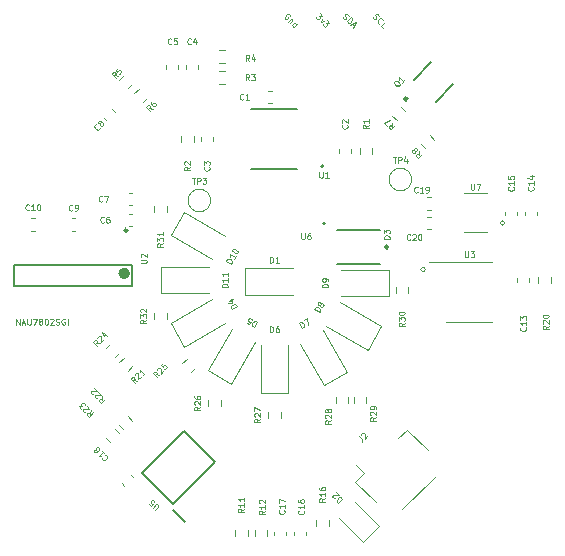
<source format=gbr>
%TF.GenerationSoftware,KiCad,Pcbnew,(6.0.4-0)*%
%TF.CreationDate,2022-11-04T09:41:37+01:00*%
%TF.ProjectId,RoundScanner,526f756e-6453-4636-916e-6e65722e6b69,2*%
%TF.SameCoordinates,Original*%
%TF.FileFunction,Legend,Top*%
%TF.FilePolarity,Positive*%
%FSLAX46Y46*%
G04 Gerber Fmt 4.6, Leading zero omitted, Abs format (unit mm)*
G04 Created by KiCad (PCBNEW (6.0.4-0)) date 2022-11-04 09:41:37*
%MOMM*%
%LPD*%
G01*
G04 APERTURE LIST*
%ADD10C,0.100000*%
%ADD11C,0.120000*%
%ADD12C,0.150000*%
%ADD13C,0.250000*%
%ADD14C,0.500000*%
%ADD15C,0.127000*%
%ADD16C,0.200000*%
G04 APERTURE END LIST*
D10*
X93117715Y-84856490D02*
X93336582Y-85075356D01*
X93084043Y-85092192D01*
X93134551Y-85142700D01*
X93151387Y-85193208D01*
X93151387Y-85226879D01*
X93134551Y-85277387D01*
X93050372Y-85361566D01*
X92999864Y-85378402D01*
X92966192Y-85378402D01*
X92915685Y-85361566D01*
X92814669Y-85260551D01*
X92797834Y-85210043D01*
X92797834Y-85176372D01*
X93336582Y-85311059D02*
X93185059Y-85630940D01*
X93504940Y-85479417D01*
X93723807Y-85462582D02*
X93942673Y-85681448D01*
X93690135Y-85698284D01*
X93740643Y-85748791D01*
X93757478Y-85799299D01*
X93757478Y-85832971D01*
X93740643Y-85883478D01*
X93656463Y-85967658D01*
X93605956Y-85984494D01*
X93572284Y-85984494D01*
X93521776Y-85967658D01*
X93420761Y-85866643D01*
X93403925Y-85816135D01*
X93403925Y-85782463D01*
X95058580Y-85184790D02*
X95092251Y-85252133D01*
X95176431Y-85336312D01*
X95226938Y-85353148D01*
X95260610Y-85353148D01*
X95311118Y-85336312D01*
X95344790Y-85302641D01*
X95361625Y-85252133D01*
X95361625Y-85218461D01*
X95344790Y-85167954D01*
X95294282Y-85083774D01*
X95277446Y-85033267D01*
X95277446Y-84999595D01*
X95294282Y-84949087D01*
X95327954Y-84915416D01*
X95378461Y-84898580D01*
X95412133Y-84898580D01*
X95462641Y-84915416D01*
X95546820Y-84999595D01*
X95580492Y-85066938D01*
X95395297Y-85555179D02*
X95748851Y-85201625D01*
X95833030Y-85285805D01*
X95866702Y-85353148D01*
X95866702Y-85420492D01*
X95849866Y-85470999D01*
X95799358Y-85555179D01*
X95748851Y-85605687D01*
X95664671Y-85656194D01*
X95614164Y-85673030D01*
X95546820Y-85673030D01*
X95479477Y-85639358D01*
X95395297Y-85555179D01*
X95833030Y-85790881D02*
X96001389Y-85959240D01*
X95698343Y-85858225D02*
X96169748Y-85622522D01*
X95934045Y-86093927D01*
X90627492Y-85066938D02*
X90610656Y-85016431D01*
X90560148Y-84965923D01*
X90492805Y-84932251D01*
X90425461Y-84932251D01*
X90374954Y-84949087D01*
X90290774Y-84999595D01*
X90240267Y-85050103D01*
X90189759Y-85134282D01*
X90172923Y-85184790D01*
X90172923Y-85252133D01*
X90206595Y-85319477D01*
X90240267Y-85353148D01*
X90307610Y-85386820D01*
X90341282Y-85386820D01*
X90459133Y-85268969D01*
X90391790Y-85201625D01*
X90694835Y-85336312D02*
X90459133Y-85572015D01*
X90661164Y-85369984D02*
X90694835Y-85369984D01*
X90745343Y-85386820D01*
X90795851Y-85437328D01*
X90812687Y-85487835D01*
X90795851Y-85538343D01*
X90610656Y-85723538D01*
X90930538Y-86043419D02*
X91284091Y-85689866D01*
X90947374Y-86026583D02*
X90896866Y-86009748D01*
X90829522Y-85942404D01*
X90812687Y-85891896D01*
X90812687Y-85858225D01*
X90829522Y-85807717D01*
X90930538Y-85706702D01*
X90981045Y-85689866D01*
X91014717Y-85689866D01*
X91065225Y-85706702D01*
X91132568Y-85774045D01*
X91149404Y-85824553D01*
X97606998Y-85193208D02*
X97640669Y-85260551D01*
X97724849Y-85344730D01*
X97775356Y-85361566D01*
X97809028Y-85361566D01*
X97859536Y-85344730D01*
X97893208Y-85311059D01*
X97910043Y-85260551D01*
X97910043Y-85226879D01*
X97893208Y-85176372D01*
X97842700Y-85092192D01*
X97825864Y-85041685D01*
X97825864Y-85008013D01*
X97842700Y-84957505D01*
X97876372Y-84923834D01*
X97926879Y-84906998D01*
X97960551Y-84906998D01*
X98011059Y-84923834D01*
X98095238Y-85008013D01*
X98128910Y-85075356D01*
X98179417Y-85731956D02*
X98145746Y-85731956D01*
X98078402Y-85698284D01*
X98044730Y-85664612D01*
X98011059Y-85597269D01*
X98011059Y-85529925D01*
X98027895Y-85479417D01*
X98078402Y-85395238D01*
X98128910Y-85344730D01*
X98213089Y-85294223D01*
X98263597Y-85277387D01*
X98330940Y-85277387D01*
X98398284Y-85311059D01*
X98431956Y-85344730D01*
X98465627Y-85412074D01*
X98465627Y-85445746D01*
X98465627Y-86085509D02*
X98297269Y-85917150D01*
X98650822Y-85563597D01*
%TO.C,D8*%
X93102361Y-110160699D02*
X92669349Y-109910699D01*
X92728872Y-109807601D01*
X92785206Y-109757647D01*
X92850255Y-109740217D01*
X92903399Y-109743407D01*
X92997783Y-109770406D01*
X93059642Y-109806121D01*
X93130216Y-109874359D01*
X93159550Y-109918789D01*
X93176980Y-109983837D01*
X93161885Y-110057601D01*
X93102361Y-110160699D01*
X93140640Y-109522971D02*
X93096211Y-109552305D01*
X93063686Y-109561020D01*
X93010542Y-109557830D01*
X92989923Y-109545925D01*
X92960588Y-109501496D01*
X92951873Y-109468972D01*
X92955063Y-109415828D01*
X93002682Y-109333349D01*
X93047111Y-109304015D01*
X93079636Y-109295300D01*
X93132780Y-109298490D01*
X93153399Y-109310394D01*
X93182734Y-109354823D01*
X93191449Y-109387348D01*
X93188259Y-109440492D01*
X93140640Y-109522971D01*
X93137450Y-109576115D01*
X93146165Y-109608639D01*
X93175499Y-109653068D01*
X93257978Y-109700687D01*
X93311122Y-109703877D01*
X93343646Y-109695162D01*
X93388076Y-109665828D01*
X93435695Y-109583349D01*
X93438885Y-109530205D01*
X93430170Y-109497681D01*
X93400835Y-109453251D01*
X93318357Y-109405632D01*
X93265212Y-109402443D01*
X93232688Y-109411157D01*
X93188259Y-109440492D01*
%TO.C,C7*%
X74719666Y-100762571D02*
X74695857Y-100786380D01*
X74624428Y-100810190D01*
X74576809Y-100810190D01*
X74505380Y-100786380D01*
X74457761Y-100738761D01*
X74433952Y-100691142D01*
X74410142Y-100595904D01*
X74410142Y-100524476D01*
X74433952Y-100429238D01*
X74457761Y-100381619D01*
X74505380Y-100334000D01*
X74576809Y-100310190D01*
X74624428Y-100310190D01*
X74695857Y-100334000D01*
X74719666Y-100357809D01*
X74886333Y-100310190D02*
X75219666Y-100310190D01*
X75005380Y-100810190D01*
%TO.C,R29*%
X97889190Y-119066428D02*
X97651095Y-119233095D01*
X97889190Y-119352142D02*
X97389190Y-119352142D01*
X97389190Y-119161666D01*
X97413000Y-119114047D01*
X97436809Y-119090238D01*
X97484428Y-119066428D01*
X97555857Y-119066428D01*
X97603476Y-119090238D01*
X97627285Y-119114047D01*
X97651095Y-119161666D01*
X97651095Y-119352142D01*
X97436809Y-118875952D02*
X97413000Y-118852142D01*
X97389190Y-118804523D01*
X97389190Y-118685476D01*
X97413000Y-118637857D01*
X97436809Y-118614047D01*
X97484428Y-118590238D01*
X97532047Y-118590238D01*
X97603476Y-118614047D01*
X97889190Y-118899761D01*
X97889190Y-118590238D01*
X97889190Y-118352142D02*
X97889190Y-118256904D01*
X97865380Y-118209285D01*
X97841571Y-118185476D01*
X97770142Y-118137857D01*
X97674904Y-118114047D01*
X97484428Y-118114047D01*
X97436809Y-118137857D01*
X97413000Y-118161666D01*
X97389190Y-118209285D01*
X97389190Y-118304523D01*
X97413000Y-118352142D01*
X97436809Y-118375952D01*
X97484428Y-118399761D01*
X97603476Y-118399761D01*
X97651095Y-118375952D01*
X97674904Y-118352142D01*
X97698714Y-118304523D01*
X97698714Y-118209285D01*
X97674904Y-118161666D01*
X97651095Y-118137857D01*
X97603476Y-118114047D01*
%TO.C,R1*%
X97254190Y-94317333D02*
X97016095Y-94484000D01*
X97254190Y-94603047D02*
X96754190Y-94603047D01*
X96754190Y-94412571D01*
X96778000Y-94364952D01*
X96801809Y-94341142D01*
X96849428Y-94317333D01*
X96920857Y-94317333D01*
X96968476Y-94341142D01*
X96992285Y-94364952D01*
X97016095Y-94412571D01*
X97016095Y-94603047D01*
X97254190Y-93841142D02*
X97254190Y-94126857D01*
X97254190Y-93984000D02*
X96754190Y-93984000D01*
X96825619Y-94031619D01*
X96873238Y-94079238D01*
X96897047Y-94126857D01*
%TO.C,C3*%
X83744571Y-97873333D02*
X83768380Y-97897142D01*
X83792190Y-97968571D01*
X83792190Y-98016190D01*
X83768380Y-98087619D01*
X83720761Y-98135238D01*
X83673142Y-98159047D01*
X83577904Y-98182857D01*
X83506476Y-98182857D01*
X83411238Y-98159047D01*
X83363619Y-98135238D01*
X83316000Y-98087619D01*
X83292190Y-98016190D01*
X83292190Y-97968571D01*
X83316000Y-97897142D01*
X83339809Y-97873333D01*
X83292190Y-97706666D02*
X83292190Y-97397142D01*
X83482666Y-97563809D01*
X83482666Y-97492380D01*
X83506476Y-97444761D01*
X83530285Y-97420952D01*
X83577904Y-97397142D01*
X83696952Y-97397142D01*
X83744571Y-97420952D01*
X83768380Y-97444761D01*
X83792190Y-97492380D01*
X83792190Y-97635238D01*
X83768380Y-97682857D01*
X83744571Y-97706666D01*
%TO.C,C5*%
X80561666Y-87427571D02*
X80537857Y-87451380D01*
X80466428Y-87475190D01*
X80418809Y-87475190D01*
X80347380Y-87451380D01*
X80299761Y-87403761D01*
X80275952Y-87356142D01*
X80252142Y-87260904D01*
X80252142Y-87189476D01*
X80275952Y-87094238D01*
X80299761Y-87046619D01*
X80347380Y-86999000D01*
X80418809Y-86975190D01*
X80466428Y-86975190D01*
X80537857Y-86999000D01*
X80561666Y-87022809D01*
X81014047Y-86975190D02*
X80775952Y-86975190D01*
X80752142Y-87213285D01*
X80775952Y-87189476D01*
X80823571Y-87165666D01*
X80942619Y-87165666D01*
X80990238Y-87189476D01*
X81014047Y-87213285D01*
X81037857Y-87260904D01*
X81037857Y-87379952D01*
X81014047Y-87427571D01*
X80990238Y-87451380D01*
X80942619Y-87475190D01*
X80823571Y-87475190D01*
X80775952Y-87451380D01*
X80752142Y-87427571D01*
%TO.C,Q1*%
X100000456Y-90886768D02*
X99949948Y-90903604D01*
X99882605Y-90903604D01*
X99781589Y-90903604D01*
X99731082Y-90920440D01*
X99697410Y-90954112D01*
X99798425Y-91021455D02*
X99747918Y-91038291D01*
X99680574Y-91038291D01*
X99596395Y-90987784D01*
X99478544Y-90869933D01*
X99428036Y-90785753D01*
X99428036Y-90718410D01*
X99444872Y-90667902D01*
X99512215Y-90600559D01*
X99562723Y-90583723D01*
X99630066Y-90583723D01*
X99714246Y-90634230D01*
X99832097Y-90752081D01*
X99882605Y-90836261D01*
X99882605Y-90903604D01*
X99865769Y-90954112D01*
X99798425Y-91021455D01*
X100286666Y-90533215D02*
X100084635Y-90735246D01*
X100185650Y-90634230D02*
X99832097Y-90280677D01*
X99848933Y-90364856D01*
X99848933Y-90432200D01*
X99832097Y-90482707D01*
%TO.C,R16*%
X93571190Y-125924428D02*
X93333095Y-126091095D01*
X93571190Y-126210142D02*
X93071190Y-126210142D01*
X93071190Y-126019666D01*
X93095000Y-125972047D01*
X93118809Y-125948238D01*
X93166428Y-125924428D01*
X93237857Y-125924428D01*
X93285476Y-125948238D01*
X93309285Y-125972047D01*
X93333095Y-126019666D01*
X93333095Y-126210142D01*
X93571190Y-125448238D02*
X93571190Y-125733952D01*
X93571190Y-125591095D02*
X93071190Y-125591095D01*
X93142619Y-125638714D01*
X93190238Y-125686333D01*
X93214047Y-125733952D01*
X93071190Y-125019666D02*
X93071190Y-125114904D01*
X93095000Y-125162523D01*
X93118809Y-125186333D01*
X93190238Y-125233952D01*
X93285476Y-125257761D01*
X93475952Y-125257761D01*
X93523571Y-125233952D01*
X93547380Y-125210142D01*
X93571190Y-125162523D01*
X93571190Y-125067285D01*
X93547380Y-125019666D01*
X93523571Y-124995857D01*
X93475952Y-124972047D01*
X93356904Y-124972047D01*
X93309285Y-124995857D01*
X93285476Y-125019666D01*
X93261666Y-125067285D01*
X93261666Y-125162523D01*
X93285476Y-125210142D01*
X93309285Y-125233952D01*
X93356904Y-125257761D01*
%TO.C,R4*%
X87165666Y-88872190D02*
X86999000Y-88634095D01*
X86879952Y-88872190D02*
X86879952Y-88372190D01*
X87070428Y-88372190D01*
X87118047Y-88396000D01*
X87141857Y-88419809D01*
X87165666Y-88467428D01*
X87165666Y-88538857D01*
X87141857Y-88586476D01*
X87118047Y-88610285D01*
X87070428Y-88634095D01*
X86879952Y-88634095D01*
X87594238Y-88538857D02*
X87594238Y-88872190D01*
X87475190Y-88348380D02*
X87356142Y-88705523D01*
X87665666Y-88705523D01*
%TO.C,C20*%
X100780072Y-104001074D02*
X100756262Y-104024883D01*
X100684834Y-104048693D01*
X100637215Y-104048693D01*
X100565786Y-104024883D01*
X100518167Y-103977264D01*
X100494358Y-103929645D01*
X100470548Y-103834407D01*
X100470548Y-103762979D01*
X100494358Y-103667741D01*
X100518167Y-103620122D01*
X100565786Y-103572503D01*
X100637215Y-103548693D01*
X100684834Y-103548693D01*
X100756262Y-103572503D01*
X100780072Y-103596312D01*
X100970548Y-103596312D02*
X100994358Y-103572503D01*
X101041977Y-103548693D01*
X101161024Y-103548693D01*
X101208643Y-103572503D01*
X101232453Y-103596312D01*
X101256262Y-103643931D01*
X101256262Y-103691550D01*
X101232453Y-103762979D01*
X100946739Y-104048693D01*
X101256262Y-104048693D01*
X101565786Y-103548693D02*
X101613405Y-103548693D01*
X101661024Y-103572503D01*
X101684834Y-103596312D01*
X101708643Y-103643931D01*
X101732453Y-103739169D01*
X101732453Y-103858217D01*
X101708643Y-103953455D01*
X101684834Y-104001074D01*
X101661024Y-104024883D01*
X101613405Y-104048693D01*
X101565786Y-104048693D01*
X101518167Y-104024883D01*
X101494358Y-104001074D01*
X101470548Y-103953455D01*
X101446739Y-103858217D01*
X101446739Y-103739169D01*
X101470548Y-103643931D01*
X101494358Y-103596312D01*
X101518167Y-103572503D01*
X101565786Y-103548693D01*
%TO.C,R7*%
X99278867Y-94132984D02*
X99228359Y-94419194D01*
X99480897Y-94335015D02*
X99127344Y-94688568D01*
X98992657Y-94553881D01*
X98975821Y-94503374D01*
X98975821Y-94469702D01*
X98992657Y-94419194D01*
X99043165Y-94368687D01*
X99093672Y-94351851D01*
X99127344Y-94351851D01*
X99177852Y-94368687D01*
X99312539Y-94503374D01*
X98807462Y-94368687D02*
X98571760Y-94132984D01*
X99076836Y-93930954D01*
%TO.C,R6*%
X78968015Y-92928866D02*
X78681805Y-92878358D01*
X78765984Y-93130896D02*
X78412431Y-92777343D01*
X78547118Y-92642656D01*
X78597625Y-92625820D01*
X78631297Y-92625820D01*
X78681805Y-92642656D01*
X78732312Y-92693164D01*
X78749148Y-92743671D01*
X78749148Y-92777343D01*
X78732312Y-92827851D01*
X78597625Y-92962538D01*
X78917507Y-92272267D02*
X78850164Y-92339610D01*
X78833328Y-92390118D01*
X78833328Y-92423790D01*
X78850164Y-92507969D01*
X78900671Y-92592148D01*
X79035358Y-92726835D01*
X79085866Y-92743671D01*
X79119538Y-92743671D01*
X79170045Y-92726835D01*
X79237389Y-92659492D01*
X79254225Y-92608984D01*
X79254225Y-92575312D01*
X79237389Y-92524805D01*
X79153209Y-92440625D01*
X79102702Y-92423790D01*
X79069030Y-92423790D01*
X79018522Y-92440625D01*
X78951179Y-92507969D01*
X78934343Y-92558477D01*
X78934343Y-92592148D01*
X78951179Y-92642656D01*
%TO.C,C2*%
X95428571Y-94317333D02*
X95452380Y-94341142D01*
X95476190Y-94412571D01*
X95476190Y-94460190D01*
X95452380Y-94531619D01*
X95404761Y-94579238D01*
X95357142Y-94603047D01*
X95261904Y-94626857D01*
X95190476Y-94626857D01*
X95095238Y-94603047D01*
X95047619Y-94579238D01*
X95000000Y-94531619D01*
X94976190Y-94460190D01*
X94976190Y-94412571D01*
X95000000Y-94341142D01*
X95023809Y-94317333D01*
X95023809Y-94126857D02*
X95000000Y-94103047D01*
X94976190Y-94055428D01*
X94976190Y-93936380D01*
X95000000Y-93888761D01*
X95023809Y-93864952D01*
X95071428Y-93841142D01*
X95119047Y-93841142D01*
X95190476Y-93864952D01*
X95476190Y-94150666D01*
X95476190Y-93841142D01*
%TO.C,C14*%
X111186071Y-99571930D02*
X111209880Y-99595740D01*
X111233690Y-99667168D01*
X111233690Y-99714787D01*
X111209880Y-99786216D01*
X111162261Y-99833835D01*
X111114642Y-99857644D01*
X111019404Y-99881454D01*
X110947976Y-99881454D01*
X110852738Y-99857644D01*
X110805119Y-99833835D01*
X110757500Y-99786216D01*
X110733690Y-99714787D01*
X110733690Y-99667168D01*
X110757500Y-99595740D01*
X110781309Y-99571930D01*
X111233690Y-99095740D02*
X111233690Y-99381454D01*
X111233690Y-99238597D02*
X110733690Y-99238597D01*
X110805119Y-99286216D01*
X110852738Y-99333835D01*
X110876547Y-99381454D01*
X110900357Y-98667168D02*
X111233690Y-98667168D01*
X110709880Y-98786216D02*
X111067023Y-98905263D01*
X111067023Y-98595740D01*
%TO.C,D10*%
X85617315Y-106048896D02*
X85184302Y-105798896D01*
X85243826Y-105695798D01*
X85300160Y-105645843D01*
X85365209Y-105628414D01*
X85418353Y-105631604D01*
X85512736Y-105658603D01*
X85574595Y-105694317D01*
X85645169Y-105762556D01*
X85674503Y-105806985D01*
X85691933Y-105872034D01*
X85676839Y-105945798D01*
X85617315Y-106048896D01*
X85998267Y-105389067D02*
X85855410Y-105636503D01*
X85926839Y-105512785D02*
X85493826Y-105262785D01*
X85531875Y-105339739D01*
X85549305Y-105404787D01*
X85546115Y-105457931D01*
X85720016Y-104871012D02*
X85743826Y-104829772D01*
X85788255Y-104800438D01*
X85820779Y-104791723D01*
X85873924Y-104794913D01*
X85968307Y-104821912D01*
X86071405Y-104881436D01*
X86141979Y-104949675D01*
X86171314Y-104994104D01*
X86180028Y-105026628D01*
X86176839Y-105079772D01*
X86153029Y-105121012D01*
X86108600Y-105150346D01*
X86076075Y-105159061D01*
X86022931Y-105155871D01*
X85928548Y-105128872D01*
X85825450Y-105069348D01*
X85754876Y-105001109D01*
X85725541Y-104956680D01*
X85716826Y-104924156D01*
X85720016Y-104871012D01*
%TO.C,D5*%
X87808699Y-110986637D02*
X87558699Y-111419649D01*
X87455601Y-111360126D01*
X87405647Y-111303792D01*
X87388217Y-111238743D01*
X87391407Y-111185599D01*
X87418406Y-111091215D01*
X87454121Y-111029356D01*
X87522359Y-110958782D01*
X87566789Y-110929448D01*
X87631837Y-110912018D01*
X87705601Y-110927113D01*
X87808699Y-110986637D01*
X86919490Y-111050602D02*
X87125687Y-111169649D01*
X87265354Y-110975358D01*
X87232830Y-110984072D01*
X87179685Y-110980883D01*
X87076587Y-110921359D01*
X87047253Y-110876930D01*
X87038538Y-110844405D01*
X87041728Y-110791261D01*
X87101251Y-110688163D01*
X87145681Y-110658828D01*
X87178205Y-110650113D01*
X87231349Y-110653303D01*
X87334447Y-110712827D01*
X87363782Y-110757256D01*
X87372497Y-110789781D01*
%TO.C,C16*%
X91745571Y-126963928D02*
X91769380Y-126987738D01*
X91793190Y-127059166D01*
X91793190Y-127106785D01*
X91769380Y-127178214D01*
X91721761Y-127225833D01*
X91674142Y-127249642D01*
X91578904Y-127273452D01*
X91507476Y-127273452D01*
X91412238Y-127249642D01*
X91364619Y-127225833D01*
X91317000Y-127178214D01*
X91293190Y-127106785D01*
X91293190Y-127059166D01*
X91317000Y-126987738D01*
X91340809Y-126963928D01*
X91793190Y-126487738D02*
X91793190Y-126773452D01*
X91793190Y-126630595D02*
X91293190Y-126630595D01*
X91364619Y-126678214D01*
X91412238Y-126725833D01*
X91436047Y-126773452D01*
X91293190Y-126059166D02*
X91293190Y-126154404D01*
X91317000Y-126202023D01*
X91340809Y-126225833D01*
X91412238Y-126273452D01*
X91507476Y-126297261D01*
X91697952Y-126297261D01*
X91745571Y-126273452D01*
X91769380Y-126249642D01*
X91793190Y-126202023D01*
X91793190Y-126106785D01*
X91769380Y-126059166D01*
X91745571Y-126035357D01*
X91697952Y-126011547D01*
X91578904Y-126011547D01*
X91531285Y-126035357D01*
X91507476Y-126059166D01*
X91483666Y-126106785D01*
X91483666Y-126202023D01*
X91507476Y-126249642D01*
X91531285Y-126273452D01*
X91578904Y-126297261D01*
%TO.C,D9*%
X93825190Y-108065047D02*
X93325190Y-108065047D01*
X93325190Y-107946000D01*
X93349000Y-107874571D01*
X93396619Y-107826952D01*
X93444238Y-107803142D01*
X93539476Y-107779333D01*
X93610904Y-107779333D01*
X93706142Y-107803142D01*
X93753761Y-107826952D01*
X93801380Y-107874571D01*
X93825190Y-107946000D01*
X93825190Y-108065047D01*
X93825190Y-107541238D02*
X93825190Y-107446000D01*
X93801380Y-107398380D01*
X93777571Y-107374571D01*
X93706142Y-107326952D01*
X93610904Y-107303142D01*
X93420428Y-107303142D01*
X93372809Y-107326952D01*
X93349000Y-107350761D01*
X93325190Y-107398380D01*
X93325190Y-107493619D01*
X93349000Y-107541238D01*
X93372809Y-107565047D01*
X93420428Y-107588857D01*
X93539476Y-107588857D01*
X93587095Y-107565047D01*
X93610904Y-107541238D01*
X93634714Y-107493619D01*
X93634714Y-107398380D01*
X93610904Y-107350761D01*
X93587095Y-107326952D01*
X93539476Y-107303142D01*
%TO.C,C17*%
X90094571Y-126937428D02*
X90118380Y-126961238D01*
X90142190Y-127032666D01*
X90142190Y-127080285D01*
X90118380Y-127151714D01*
X90070761Y-127199333D01*
X90023142Y-127223142D01*
X89927904Y-127246952D01*
X89856476Y-127246952D01*
X89761238Y-127223142D01*
X89713619Y-127199333D01*
X89666000Y-127151714D01*
X89642190Y-127080285D01*
X89642190Y-127032666D01*
X89666000Y-126961238D01*
X89689809Y-126937428D01*
X90142190Y-126461238D02*
X90142190Y-126746952D01*
X90142190Y-126604095D02*
X89642190Y-126604095D01*
X89713619Y-126651714D01*
X89761238Y-126699333D01*
X89785047Y-126746952D01*
X89642190Y-126294571D02*
X89642190Y-125961238D01*
X90142190Y-126175523D01*
%TO.C,R20*%
X112494190Y-111319428D02*
X112256095Y-111486095D01*
X112494190Y-111605142D02*
X111994190Y-111605142D01*
X111994190Y-111414666D01*
X112018000Y-111367047D01*
X112041809Y-111343238D01*
X112089428Y-111319428D01*
X112160857Y-111319428D01*
X112208476Y-111343238D01*
X112232285Y-111367047D01*
X112256095Y-111414666D01*
X112256095Y-111605142D01*
X112041809Y-111128952D02*
X112018000Y-111105142D01*
X111994190Y-111057523D01*
X111994190Y-110938476D01*
X112018000Y-110890857D01*
X112041809Y-110867047D01*
X112089428Y-110843238D01*
X112137047Y-110843238D01*
X112208476Y-110867047D01*
X112494190Y-111152761D01*
X112494190Y-110843238D01*
X111994190Y-110533714D02*
X111994190Y-110486095D01*
X112018000Y-110438476D01*
X112041809Y-110414666D01*
X112089428Y-110390857D01*
X112184666Y-110367047D01*
X112303714Y-110367047D01*
X112398952Y-110390857D01*
X112446571Y-110414666D01*
X112470380Y-110438476D01*
X112494190Y-110486095D01*
X112494190Y-110533714D01*
X112470380Y-110581333D01*
X112446571Y-110605142D01*
X112398952Y-110628952D01*
X112303714Y-110652761D01*
X112184666Y-110652761D01*
X112089428Y-110628952D01*
X112041809Y-110605142D01*
X112018000Y-110581333D01*
X111994190Y-110533714D01*
%TO.C,U2*%
X77964190Y-106003852D02*
X78368952Y-106003852D01*
X78416571Y-105980042D01*
X78440380Y-105956233D01*
X78464190Y-105908614D01*
X78464190Y-105813376D01*
X78440380Y-105765757D01*
X78416571Y-105741947D01*
X78368952Y-105718138D01*
X77964190Y-105718138D01*
X78011809Y-105503852D02*
X77988000Y-105480042D01*
X77964190Y-105432423D01*
X77964190Y-105313376D01*
X77988000Y-105265757D01*
X78011809Y-105241947D01*
X78059428Y-105218138D01*
X78107047Y-105218138D01*
X78178476Y-105241947D01*
X78464190Y-105527661D01*
X78464190Y-105218138D01*
X67417428Y-111224190D02*
X67417428Y-110724190D01*
X67703142Y-111224190D01*
X67703142Y-110724190D01*
X67917428Y-111081333D02*
X68155523Y-111081333D01*
X67869809Y-111224190D02*
X68036476Y-110724190D01*
X68203142Y-111224190D01*
X68369809Y-110724190D02*
X68369809Y-111128952D01*
X68393619Y-111176571D01*
X68417428Y-111200380D01*
X68465047Y-111224190D01*
X68560285Y-111224190D01*
X68607904Y-111200380D01*
X68631714Y-111176571D01*
X68655523Y-111128952D01*
X68655523Y-110724190D01*
X68846000Y-110724190D02*
X69179333Y-110724190D01*
X68965047Y-111224190D01*
X69441238Y-110938476D02*
X69393619Y-110914666D01*
X69369809Y-110890857D01*
X69346000Y-110843238D01*
X69346000Y-110819428D01*
X69369809Y-110771809D01*
X69393619Y-110748000D01*
X69441238Y-110724190D01*
X69536476Y-110724190D01*
X69584095Y-110748000D01*
X69607904Y-110771809D01*
X69631714Y-110819428D01*
X69631714Y-110843238D01*
X69607904Y-110890857D01*
X69584095Y-110914666D01*
X69536476Y-110938476D01*
X69441238Y-110938476D01*
X69393619Y-110962285D01*
X69369809Y-110986095D01*
X69346000Y-111033714D01*
X69346000Y-111128952D01*
X69369809Y-111176571D01*
X69393619Y-111200380D01*
X69441238Y-111224190D01*
X69536476Y-111224190D01*
X69584095Y-111200380D01*
X69607904Y-111176571D01*
X69631714Y-111128952D01*
X69631714Y-111033714D01*
X69607904Y-110986095D01*
X69584095Y-110962285D01*
X69536476Y-110938476D01*
X69941238Y-110724190D02*
X69988857Y-110724190D01*
X70036476Y-110748000D01*
X70060285Y-110771809D01*
X70084095Y-110819428D01*
X70107904Y-110914666D01*
X70107904Y-111033714D01*
X70084095Y-111128952D01*
X70060285Y-111176571D01*
X70036476Y-111200380D01*
X69988857Y-111224190D01*
X69941238Y-111224190D01*
X69893619Y-111200380D01*
X69869809Y-111176571D01*
X69846000Y-111128952D01*
X69822190Y-111033714D01*
X69822190Y-110914666D01*
X69846000Y-110819428D01*
X69869809Y-110771809D01*
X69893619Y-110748000D01*
X69941238Y-110724190D01*
X70298380Y-110771809D02*
X70322190Y-110748000D01*
X70369809Y-110724190D01*
X70488857Y-110724190D01*
X70536476Y-110748000D01*
X70560285Y-110771809D01*
X70584095Y-110819428D01*
X70584095Y-110867047D01*
X70560285Y-110938476D01*
X70274571Y-111224190D01*
X70584095Y-111224190D01*
X70774571Y-111200380D02*
X70846000Y-111224190D01*
X70965047Y-111224190D01*
X71012666Y-111200380D01*
X71036476Y-111176571D01*
X71060285Y-111128952D01*
X71060285Y-111081333D01*
X71036476Y-111033714D01*
X71012666Y-111009904D01*
X70965047Y-110986095D01*
X70869809Y-110962285D01*
X70822190Y-110938476D01*
X70798380Y-110914666D01*
X70774571Y-110867047D01*
X70774571Y-110819428D01*
X70798380Y-110771809D01*
X70822190Y-110748000D01*
X70869809Y-110724190D01*
X70988857Y-110724190D01*
X71060285Y-110748000D01*
X71536476Y-110748000D02*
X71488857Y-110724190D01*
X71417428Y-110724190D01*
X71346000Y-110748000D01*
X71298380Y-110795619D01*
X71274571Y-110843238D01*
X71250761Y-110938476D01*
X71250761Y-111009904D01*
X71274571Y-111105142D01*
X71298380Y-111152761D01*
X71346000Y-111200380D01*
X71417428Y-111224190D01*
X71465047Y-111224190D01*
X71536476Y-111200380D01*
X71560285Y-111176571D01*
X71560285Y-111009904D01*
X71465047Y-111009904D01*
X71774571Y-111224190D02*
X71774571Y-110724190D01*
%TO.C,R2*%
X82141190Y-97873333D02*
X81903095Y-98040000D01*
X82141190Y-98159047D02*
X81641190Y-98159047D01*
X81641190Y-97968571D01*
X81665000Y-97920952D01*
X81688809Y-97897142D01*
X81736428Y-97873333D01*
X81807857Y-97873333D01*
X81855476Y-97897142D01*
X81879285Y-97920952D01*
X81903095Y-97968571D01*
X81903095Y-98159047D01*
X81688809Y-97682857D02*
X81665000Y-97659047D01*
X81641190Y-97611428D01*
X81641190Y-97492380D01*
X81665000Y-97444761D01*
X81688809Y-97420952D01*
X81736428Y-97397142D01*
X81784047Y-97397142D01*
X81855476Y-97420952D01*
X82141190Y-97706666D01*
X82141190Y-97397142D01*
%TO.C,D4*%
X86105411Y-109680509D02*
X85672398Y-109930509D01*
X85612874Y-109827411D01*
X85597780Y-109753647D01*
X85615210Y-109688598D01*
X85644544Y-109644169D01*
X85715118Y-109575930D01*
X85776977Y-109540216D01*
X85871360Y-109513217D01*
X85924504Y-109510027D01*
X85989553Y-109527456D01*
X86045887Y-109577411D01*
X86105411Y-109680509D01*
X85459593Y-109228586D02*
X85748268Y-109061919D01*
X85354160Y-109426922D02*
X85722978Y-109351449D01*
X85568216Y-109083394D01*
%TO.C,R12*%
X88491190Y-126987428D02*
X88253095Y-127154095D01*
X88491190Y-127273142D02*
X87991190Y-127273142D01*
X87991190Y-127082666D01*
X88015000Y-127035047D01*
X88038809Y-127011238D01*
X88086428Y-126987428D01*
X88157857Y-126987428D01*
X88205476Y-127011238D01*
X88229285Y-127035047D01*
X88253095Y-127082666D01*
X88253095Y-127273142D01*
X88491190Y-126511238D02*
X88491190Y-126796952D01*
X88491190Y-126654095D02*
X87991190Y-126654095D01*
X88062619Y-126701714D01*
X88110238Y-126749333D01*
X88134047Y-126796952D01*
X88038809Y-126320761D02*
X88015000Y-126296952D01*
X87991190Y-126249333D01*
X87991190Y-126130285D01*
X88015000Y-126082666D01*
X88038809Y-126058857D01*
X88086428Y-126035047D01*
X88134047Y-126035047D01*
X88205476Y-126058857D01*
X88491190Y-126344571D01*
X88491190Y-126035047D01*
%TO.C,R22*%
X74715229Y-117277769D02*
X74664721Y-117563979D01*
X74917259Y-117479800D02*
X74563706Y-117833353D01*
X74429019Y-117698666D01*
X74412183Y-117648158D01*
X74412183Y-117614487D01*
X74429019Y-117563979D01*
X74479526Y-117513471D01*
X74530034Y-117496635D01*
X74563706Y-117496635D01*
X74614213Y-117513471D01*
X74748900Y-117648158D01*
X74260660Y-117462964D02*
X74226988Y-117462964D01*
X74176481Y-117446128D01*
X74092301Y-117361948D01*
X74075465Y-117311441D01*
X74075465Y-117277769D01*
X74092301Y-117227261D01*
X74125973Y-117193590D01*
X74193316Y-117159918D01*
X74597378Y-117159918D01*
X74378511Y-116941051D01*
X73923942Y-117126246D02*
X73890271Y-117126246D01*
X73839763Y-117109410D01*
X73755584Y-117025231D01*
X73738748Y-116974723D01*
X73738748Y-116941051D01*
X73755584Y-116890544D01*
X73789255Y-116856872D01*
X73856599Y-116823200D01*
X74260660Y-116823200D01*
X74041794Y-116604334D01*
%TO.C,C6*%
X74846666Y-102540571D02*
X74822857Y-102564380D01*
X74751428Y-102588190D01*
X74703809Y-102588190D01*
X74632380Y-102564380D01*
X74584761Y-102516761D01*
X74560952Y-102469142D01*
X74537142Y-102373904D01*
X74537142Y-102302476D01*
X74560952Y-102207238D01*
X74584761Y-102159619D01*
X74632380Y-102112000D01*
X74703809Y-102088190D01*
X74751428Y-102088190D01*
X74822857Y-102112000D01*
X74846666Y-102135809D01*
X75275238Y-102088190D02*
X75180000Y-102088190D01*
X75132380Y-102112000D01*
X75108571Y-102135809D01*
X75060952Y-102207238D01*
X75037142Y-102302476D01*
X75037142Y-102492952D01*
X75060952Y-102540571D01*
X75084761Y-102564380D01*
X75132380Y-102588190D01*
X75227619Y-102588190D01*
X75275238Y-102564380D01*
X75299047Y-102540571D01*
X75322857Y-102492952D01*
X75322857Y-102373904D01*
X75299047Y-102326285D01*
X75275238Y-102302476D01*
X75227619Y-102278666D01*
X75132380Y-102278666D01*
X75084761Y-102302476D01*
X75060952Y-102326285D01*
X75037142Y-102373904D01*
%TO.C,R28*%
X94079190Y-119320428D02*
X93841095Y-119487095D01*
X94079190Y-119606142D02*
X93579190Y-119606142D01*
X93579190Y-119415666D01*
X93603000Y-119368047D01*
X93626809Y-119344238D01*
X93674428Y-119320428D01*
X93745857Y-119320428D01*
X93793476Y-119344238D01*
X93817285Y-119368047D01*
X93841095Y-119415666D01*
X93841095Y-119606142D01*
X93626809Y-119129952D02*
X93603000Y-119106142D01*
X93579190Y-119058523D01*
X93579190Y-118939476D01*
X93603000Y-118891857D01*
X93626809Y-118868047D01*
X93674428Y-118844238D01*
X93722047Y-118844238D01*
X93793476Y-118868047D01*
X94079190Y-119153761D01*
X94079190Y-118844238D01*
X93793476Y-118558523D02*
X93769666Y-118606142D01*
X93745857Y-118629952D01*
X93698238Y-118653761D01*
X93674428Y-118653761D01*
X93626809Y-118629952D01*
X93603000Y-118606142D01*
X93579190Y-118558523D01*
X93579190Y-118463285D01*
X93603000Y-118415666D01*
X93626809Y-118391857D01*
X93674428Y-118368047D01*
X93698238Y-118368047D01*
X93745857Y-118391857D01*
X93769666Y-118415666D01*
X93793476Y-118463285D01*
X93793476Y-118558523D01*
X93817285Y-118606142D01*
X93841095Y-118629952D01*
X93888714Y-118653761D01*
X93983952Y-118653761D01*
X94031571Y-118629952D01*
X94055380Y-118606142D01*
X94079190Y-118558523D01*
X94079190Y-118463285D01*
X94055380Y-118415666D01*
X94031571Y-118391857D01*
X93983952Y-118368047D01*
X93888714Y-118368047D01*
X93841095Y-118391857D01*
X93817285Y-118415666D01*
X93793476Y-118463285D01*
%TO.C,R8*%
X101564866Y-96545984D02*
X101514358Y-96832194D01*
X101766896Y-96748015D02*
X101413343Y-97101568D01*
X101278656Y-96966881D01*
X101261820Y-96916374D01*
X101261820Y-96882702D01*
X101278656Y-96832194D01*
X101329164Y-96781687D01*
X101379671Y-96764851D01*
X101413343Y-96764851D01*
X101463851Y-96781687D01*
X101598538Y-96916374D01*
X101160805Y-96545984D02*
X101177641Y-96596492D01*
X101177641Y-96630164D01*
X101160805Y-96680671D01*
X101143969Y-96697507D01*
X101093461Y-96714343D01*
X101059790Y-96714343D01*
X101009282Y-96697507D01*
X100941938Y-96630164D01*
X100925103Y-96579656D01*
X100925103Y-96545984D01*
X100941938Y-96495477D01*
X100958774Y-96478641D01*
X101009282Y-96461805D01*
X101042954Y-96461805D01*
X101093461Y-96478641D01*
X101160805Y-96545984D01*
X101211312Y-96562820D01*
X101244984Y-96562820D01*
X101295492Y-96545984D01*
X101362835Y-96478641D01*
X101379671Y-96428133D01*
X101379671Y-96394461D01*
X101362835Y-96343954D01*
X101295492Y-96276610D01*
X101244984Y-96259774D01*
X101211312Y-96259774D01*
X101160805Y-96276610D01*
X101093461Y-96343954D01*
X101076625Y-96394461D01*
X101076625Y-96428133D01*
X101093461Y-96478641D01*
%TO.C,R26*%
X82997190Y-118177428D02*
X82759095Y-118344095D01*
X82997190Y-118463142D02*
X82497190Y-118463142D01*
X82497190Y-118272666D01*
X82521000Y-118225047D01*
X82544809Y-118201238D01*
X82592428Y-118177428D01*
X82663857Y-118177428D01*
X82711476Y-118201238D01*
X82735285Y-118225047D01*
X82759095Y-118272666D01*
X82759095Y-118463142D01*
X82544809Y-117986952D02*
X82521000Y-117963142D01*
X82497190Y-117915523D01*
X82497190Y-117796476D01*
X82521000Y-117748857D01*
X82544809Y-117725047D01*
X82592428Y-117701238D01*
X82640047Y-117701238D01*
X82711476Y-117725047D01*
X82997190Y-118010761D01*
X82997190Y-117701238D01*
X82497190Y-117272666D02*
X82497190Y-117367904D01*
X82521000Y-117415523D01*
X82544809Y-117439333D01*
X82616238Y-117486952D01*
X82711476Y-117510761D01*
X82901952Y-117510761D01*
X82949571Y-117486952D01*
X82973380Y-117463142D01*
X82997190Y-117415523D01*
X82997190Y-117320285D01*
X82973380Y-117272666D01*
X82949571Y-117248857D01*
X82901952Y-117225047D01*
X82782904Y-117225047D01*
X82735285Y-117248857D01*
X82711476Y-117272666D01*
X82687666Y-117320285D01*
X82687666Y-117415523D01*
X82711476Y-117463142D01*
X82735285Y-117486952D01*
X82782904Y-117510761D01*
%TO.C,C13*%
X110541571Y-111446428D02*
X110565380Y-111470238D01*
X110589190Y-111541666D01*
X110589190Y-111589285D01*
X110565380Y-111660714D01*
X110517761Y-111708333D01*
X110470142Y-111732142D01*
X110374904Y-111755952D01*
X110303476Y-111755952D01*
X110208238Y-111732142D01*
X110160619Y-111708333D01*
X110113000Y-111660714D01*
X110089190Y-111589285D01*
X110089190Y-111541666D01*
X110113000Y-111470238D01*
X110136809Y-111446428D01*
X110589190Y-110970238D02*
X110589190Y-111255952D01*
X110589190Y-111113095D02*
X110089190Y-111113095D01*
X110160619Y-111160714D01*
X110208238Y-111208333D01*
X110232047Y-111255952D01*
X110089190Y-110803571D02*
X110089190Y-110494047D01*
X110279666Y-110660714D01*
X110279666Y-110589285D01*
X110303476Y-110541666D01*
X110327285Y-110517857D01*
X110374904Y-110494047D01*
X110493952Y-110494047D01*
X110541571Y-110517857D01*
X110565380Y-110541666D01*
X110589190Y-110589285D01*
X110589190Y-110732142D01*
X110565380Y-110779761D01*
X110541571Y-110803571D01*
%TO.C,C10*%
X68512571Y-101491571D02*
X68488761Y-101515380D01*
X68417333Y-101539190D01*
X68369714Y-101539190D01*
X68298285Y-101515380D01*
X68250666Y-101467761D01*
X68226857Y-101420142D01*
X68203047Y-101324904D01*
X68203047Y-101253476D01*
X68226857Y-101158238D01*
X68250666Y-101110619D01*
X68298285Y-101063000D01*
X68369714Y-101039190D01*
X68417333Y-101039190D01*
X68488761Y-101063000D01*
X68512571Y-101086809D01*
X68988761Y-101539190D02*
X68703047Y-101539190D01*
X68845904Y-101539190D02*
X68845904Y-101039190D01*
X68798285Y-101110619D01*
X68750666Y-101158238D01*
X68703047Y-101182047D01*
X69298285Y-101039190D02*
X69345904Y-101039190D01*
X69393523Y-101063000D01*
X69417333Y-101086809D01*
X69441142Y-101134428D01*
X69464952Y-101229666D01*
X69464952Y-101348714D01*
X69441142Y-101443952D01*
X69417333Y-101491571D01*
X69393523Y-101515380D01*
X69345904Y-101539190D01*
X69298285Y-101539190D01*
X69250666Y-101515380D01*
X69226857Y-101491571D01*
X69203047Y-101443952D01*
X69179238Y-101348714D01*
X69179238Y-101229666D01*
X69203047Y-101134428D01*
X69226857Y-101086809D01*
X69250666Y-101063000D01*
X69298285Y-101039190D01*
%TO.C,TP4*%
X99318047Y-97011190D02*
X99603761Y-97011190D01*
X99460904Y-97511190D02*
X99460904Y-97011190D01*
X99770428Y-97511190D02*
X99770428Y-97011190D01*
X99960904Y-97011190D01*
X100008523Y-97035000D01*
X100032333Y-97058809D01*
X100056142Y-97106428D01*
X100056142Y-97177857D01*
X100032333Y-97225476D01*
X100008523Y-97249285D01*
X99960904Y-97273095D01*
X99770428Y-97273095D01*
X100484714Y-97177857D02*
X100484714Y-97511190D01*
X100365666Y-96987380D02*
X100246619Y-97344523D01*
X100556142Y-97344523D01*
%TO.C,C15*%
X109516072Y-99571930D02*
X109539881Y-99595740D01*
X109563691Y-99667168D01*
X109563691Y-99714787D01*
X109539881Y-99786216D01*
X109492262Y-99833835D01*
X109444643Y-99857644D01*
X109349405Y-99881454D01*
X109277977Y-99881454D01*
X109182739Y-99857644D01*
X109135120Y-99833835D01*
X109087501Y-99786216D01*
X109063691Y-99714787D01*
X109063691Y-99667168D01*
X109087501Y-99595740D01*
X109111310Y-99571930D01*
X109563691Y-99095740D02*
X109563691Y-99381454D01*
X109563691Y-99238597D02*
X109063691Y-99238597D01*
X109135120Y-99286216D01*
X109182739Y-99333835D01*
X109206548Y-99381454D01*
X109063691Y-98643359D02*
X109063691Y-98881454D01*
X109301786Y-98905263D01*
X109277977Y-98881454D01*
X109254167Y-98833835D01*
X109254167Y-98714787D01*
X109277977Y-98667168D01*
X109301786Y-98643359D01*
X109349405Y-98619549D01*
X109468453Y-98619549D01*
X109516072Y-98643359D01*
X109539881Y-98667168D01*
X109563691Y-98714787D01*
X109563691Y-98833835D01*
X109539881Y-98881454D01*
X109516072Y-98905263D01*
%TO.C,R31*%
X79855190Y-104334428D02*
X79617095Y-104501095D01*
X79855190Y-104620142D02*
X79355190Y-104620142D01*
X79355190Y-104429666D01*
X79379000Y-104382047D01*
X79402809Y-104358238D01*
X79450428Y-104334428D01*
X79521857Y-104334428D01*
X79569476Y-104358238D01*
X79593285Y-104382047D01*
X79617095Y-104429666D01*
X79617095Y-104620142D01*
X79355190Y-104167761D02*
X79355190Y-103858238D01*
X79545666Y-104024904D01*
X79545666Y-103953476D01*
X79569476Y-103905857D01*
X79593285Y-103882047D01*
X79640904Y-103858238D01*
X79759952Y-103858238D01*
X79807571Y-103882047D01*
X79831380Y-103905857D01*
X79855190Y-103953476D01*
X79855190Y-104096333D01*
X79831380Y-104143952D01*
X79807571Y-104167761D01*
X79855190Y-103382047D02*
X79855190Y-103667761D01*
X79855190Y-103524904D02*
X79355190Y-103524904D01*
X79426619Y-103572523D01*
X79474238Y-103620142D01*
X79498047Y-103667761D01*
%TO.C,U1*%
X93091047Y-98278190D02*
X93091047Y-98682952D01*
X93114857Y-98730571D01*
X93138666Y-98754380D01*
X93186285Y-98778190D01*
X93281523Y-98778190D01*
X93329142Y-98754380D01*
X93352952Y-98730571D01*
X93376761Y-98682952D01*
X93376761Y-98278190D01*
X93876761Y-98778190D02*
X93591047Y-98778190D01*
X93733904Y-98778190D02*
X93733904Y-98278190D01*
X93686285Y-98349619D01*
X93638666Y-98397238D01*
X93591047Y-98421047D01*
%TO.C,R11*%
X86713190Y-126813428D02*
X86475095Y-126980095D01*
X86713190Y-127099142D02*
X86213190Y-127099142D01*
X86213190Y-126908666D01*
X86237000Y-126861047D01*
X86260809Y-126837238D01*
X86308428Y-126813428D01*
X86379857Y-126813428D01*
X86427476Y-126837238D01*
X86451285Y-126861047D01*
X86475095Y-126908666D01*
X86475095Y-127099142D01*
X86713190Y-126337238D02*
X86713190Y-126622952D01*
X86713190Y-126480095D02*
X86213190Y-126480095D01*
X86284619Y-126527714D01*
X86332238Y-126575333D01*
X86356047Y-126622952D01*
X86713190Y-125861047D02*
X86713190Y-126146761D01*
X86713190Y-126003904D02*
X86213190Y-126003904D01*
X86284619Y-126051523D01*
X86332238Y-126099142D01*
X86356047Y-126146761D01*
%TO.C,D1*%
X88911952Y-105975190D02*
X88911952Y-105475190D01*
X89031000Y-105475190D01*
X89102428Y-105499000D01*
X89150047Y-105546619D01*
X89173857Y-105594238D01*
X89197666Y-105689476D01*
X89197666Y-105760904D01*
X89173857Y-105856142D01*
X89150047Y-105903761D01*
X89102428Y-105951380D01*
X89031000Y-105975190D01*
X88911952Y-105975190D01*
X89673857Y-105975190D02*
X89388142Y-105975190D01*
X89531000Y-105975190D02*
X89531000Y-105475190D01*
X89483380Y-105546619D01*
X89435761Y-105594238D01*
X89388142Y-105618047D01*
%TO.C,C8*%
X74489343Y-94546194D02*
X74489343Y-94579866D01*
X74455671Y-94647209D01*
X74422000Y-94680881D01*
X74354656Y-94714553D01*
X74287312Y-94714553D01*
X74236805Y-94697717D01*
X74152625Y-94647209D01*
X74102118Y-94596702D01*
X74051610Y-94512522D01*
X74034774Y-94462015D01*
X74034774Y-94394671D01*
X74068446Y-94327328D01*
X74102118Y-94293656D01*
X74169461Y-94259984D01*
X74203133Y-94259984D01*
X74523015Y-94175805D02*
X74472507Y-94192641D01*
X74438835Y-94192641D01*
X74388328Y-94175805D01*
X74371492Y-94158969D01*
X74354656Y-94108461D01*
X74354656Y-94074790D01*
X74371492Y-94024282D01*
X74438835Y-93956938D01*
X74489343Y-93940103D01*
X74523015Y-93940103D01*
X74573522Y-93956938D01*
X74590358Y-93973774D01*
X74607194Y-94024282D01*
X74607194Y-94057954D01*
X74590358Y-94108461D01*
X74523015Y-94175805D01*
X74506179Y-94226312D01*
X74506179Y-94259984D01*
X74523015Y-94310492D01*
X74590358Y-94377835D01*
X74640866Y-94394671D01*
X74674538Y-94394671D01*
X74725045Y-94377835D01*
X74792389Y-94310492D01*
X74809225Y-94259984D01*
X74809225Y-94226312D01*
X74792389Y-94175805D01*
X74725045Y-94108461D01*
X74674538Y-94091625D01*
X74640866Y-94091625D01*
X74590358Y-94108461D01*
%TO.C,U3*%
X105410047Y-105009190D02*
X105410047Y-105413952D01*
X105433857Y-105461571D01*
X105457666Y-105485380D01*
X105505285Y-105509190D01*
X105600523Y-105509190D01*
X105648142Y-105485380D01*
X105671952Y-105461571D01*
X105695761Y-105413952D01*
X105695761Y-105009190D01*
X105886238Y-105009190D02*
X106195761Y-105009190D01*
X106029095Y-105199666D01*
X106100523Y-105199666D01*
X106148142Y-105223476D01*
X106171952Y-105247285D01*
X106195761Y-105294904D01*
X106195761Y-105413952D01*
X106171952Y-105461571D01*
X106148142Y-105485380D01*
X106100523Y-105509190D01*
X105957666Y-105509190D01*
X105910047Y-105485380D01*
X105886238Y-105461571D01*
%TO.C,C9*%
X72179666Y-101524571D02*
X72155857Y-101548380D01*
X72084428Y-101572190D01*
X72036809Y-101572190D01*
X71965380Y-101548380D01*
X71917761Y-101500761D01*
X71893952Y-101453142D01*
X71870142Y-101357904D01*
X71870142Y-101286476D01*
X71893952Y-101191238D01*
X71917761Y-101143619D01*
X71965380Y-101096000D01*
X72036809Y-101072190D01*
X72084428Y-101072190D01*
X72155857Y-101096000D01*
X72179666Y-101119809D01*
X72417761Y-101572190D02*
X72513000Y-101572190D01*
X72560619Y-101548380D01*
X72584428Y-101524571D01*
X72632047Y-101453142D01*
X72655857Y-101357904D01*
X72655857Y-101167428D01*
X72632047Y-101119809D01*
X72608238Y-101096000D01*
X72560619Y-101072190D01*
X72465380Y-101072190D01*
X72417761Y-101096000D01*
X72393952Y-101119809D01*
X72370142Y-101167428D01*
X72370142Y-101286476D01*
X72393952Y-101334095D01*
X72417761Y-101357904D01*
X72465380Y-101381714D01*
X72560619Y-101381714D01*
X72608238Y-101357904D01*
X72632047Y-101334095D01*
X72655857Y-101286476D01*
%TO.C,D3*%
X99032190Y-103955952D02*
X98532190Y-103955952D01*
X98532190Y-103836904D01*
X98556000Y-103765476D01*
X98603619Y-103717857D01*
X98651238Y-103694047D01*
X98746476Y-103670238D01*
X98817904Y-103670238D01*
X98913142Y-103694047D01*
X98960761Y-103717857D01*
X99008380Y-103765476D01*
X99032190Y-103836904D01*
X99032190Y-103955952D01*
X98532190Y-103503571D02*
X98532190Y-103194047D01*
X98722666Y-103360714D01*
X98722666Y-103289285D01*
X98746476Y-103241666D01*
X98770285Y-103217857D01*
X98817904Y-103194047D01*
X98936952Y-103194047D01*
X98984571Y-103217857D01*
X99008380Y-103241666D01*
X99032190Y-103289285D01*
X99032190Y-103432142D01*
X99008380Y-103479761D01*
X98984571Y-103503571D01*
%TO.C,R27*%
X88077190Y-119193428D02*
X87839095Y-119360095D01*
X88077190Y-119479142D02*
X87577190Y-119479142D01*
X87577190Y-119288666D01*
X87601000Y-119241047D01*
X87624809Y-119217238D01*
X87672428Y-119193428D01*
X87743857Y-119193428D01*
X87791476Y-119217238D01*
X87815285Y-119241047D01*
X87839095Y-119288666D01*
X87839095Y-119479142D01*
X87624809Y-119002952D02*
X87601000Y-118979142D01*
X87577190Y-118931523D01*
X87577190Y-118812476D01*
X87601000Y-118764857D01*
X87624809Y-118741047D01*
X87672428Y-118717238D01*
X87720047Y-118717238D01*
X87791476Y-118741047D01*
X88077190Y-119026761D01*
X88077190Y-118717238D01*
X87577190Y-118550571D02*
X87577190Y-118217238D01*
X88077190Y-118431523D01*
%TO.C,D11*%
X85316190Y-108049142D02*
X84816190Y-108049142D01*
X84816190Y-107930095D01*
X84840000Y-107858666D01*
X84887619Y-107811047D01*
X84935238Y-107787238D01*
X85030476Y-107763428D01*
X85101904Y-107763428D01*
X85197142Y-107787238D01*
X85244761Y-107811047D01*
X85292380Y-107858666D01*
X85316190Y-107930095D01*
X85316190Y-108049142D01*
X85316190Y-107287238D02*
X85316190Y-107572952D01*
X85316190Y-107430095D02*
X84816190Y-107430095D01*
X84887619Y-107477714D01*
X84935238Y-107525333D01*
X84959047Y-107572952D01*
X85316190Y-106811047D02*
X85316190Y-107096761D01*
X85316190Y-106953904D02*
X84816190Y-106953904D01*
X84887619Y-107001523D01*
X84935238Y-107049142D01*
X84959047Y-107096761D01*
%TO.C,C1*%
X86657666Y-92126571D02*
X86633857Y-92150380D01*
X86562428Y-92174190D01*
X86514809Y-92174190D01*
X86443380Y-92150380D01*
X86395761Y-92102761D01*
X86371952Y-92055142D01*
X86348142Y-91959904D01*
X86348142Y-91888476D01*
X86371952Y-91793238D01*
X86395761Y-91745619D01*
X86443380Y-91698000D01*
X86514809Y-91674190D01*
X86562428Y-91674190D01*
X86633857Y-91698000D01*
X86657666Y-91721809D01*
X87133857Y-92174190D02*
X86848142Y-92174190D01*
X86991000Y-92174190D02*
X86991000Y-91674190D01*
X86943380Y-91745619D01*
X86895761Y-91793238D01*
X86848142Y-91817047D01*
%TO.C,U5*%
X79163302Y-126923076D02*
X79449512Y-126636866D01*
X79466348Y-126586359D01*
X79466348Y-126552687D01*
X79449512Y-126502179D01*
X79382168Y-126434836D01*
X79331661Y-126418000D01*
X79297989Y-126418000D01*
X79247481Y-126434836D01*
X78961271Y-126721046D01*
X78624554Y-126384328D02*
X78792913Y-126552687D01*
X78978107Y-126401164D01*
X78944436Y-126401164D01*
X78893928Y-126384328D01*
X78809749Y-126300149D01*
X78792913Y-126249641D01*
X78792913Y-126215969D01*
X78809749Y-126165462D01*
X78893928Y-126081282D01*
X78944436Y-126064446D01*
X78978107Y-126064446D01*
X79028615Y-126081282D01*
X79112794Y-126165462D01*
X79129630Y-126215969D01*
X79129630Y-126249641D01*
%TO.C,C18*%
X74950965Y-122250583D02*
X74984637Y-122250583D01*
X75051980Y-122284255D01*
X75085652Y-122317926D01*
X75119324Y-122385270D01*
X75119324Y-122452613D01*
X75102488Y-122503121D01*
X75051980Y-122587300D01*
X75001473Y-122637808D01*
X74917293Y-122688316D01*
X74866786Y-122705151D01*
X74799442Y-122705151D01*
X74732099Y-122671480D01*
X74698427Y-122637808D01*
X74664755Y-122570464D01*
X74664755Y-122536793D01*
X74647919Y-121880193D02*
X74849950Y-122082224D01*
X74748934Y-121981209D02*
X74395381Y-122334762D01*
X74479560Y-122317926D01*
X74546904Y-122317926D01*
X74597412Y-122334762D01*
X74243858Y-121880193D02*
X74260694Y-121930701D01*
X74260694Y-121964373D01*
X74243858Y-122014880D01*
X74227022Y-122031716D01*
X74176515Y-122048552D01*
X74142843Y-122048552D01*
X74092335Y-122031716D01*
X74024992Y-121964373D01*
X74008156Y-121913865D01*
X74008156Y-121880193D01*
X74024992Y-121829686D01*
X74041828Y-121812850D01*
X74092335Y-121796014D01*
X74126007Y-121796014D01*
X74176515Y-121812850D01*
X74243858Y-121880193D01*
X74294366Y-121897029D01*
X74328037Y-121897029D01*
X74378545Y-121880193D01*
X74445889Y-121812850D01*
X74462724Y-121762342D01*
X74462724Y-121728671D01*
X74445889Y-121678163D01*
X74378545Y-121610819D01*
X74328037Y-121593984D01*
X74294366Y-121593984D01*
X74243858Y-121610819D01*
X74176515Y-121678163D01*
X74159679Y-121728671D01*
X74159679Y-121762342D01*
X74176515Y-121812850D01*
%TO.C,U7*%
X105918047Y-99294190D02*
X105918047Y-99698952D01*
X105941857Y-99746571D01*
X105965666Y-99770380D01*
X106013285Y-99794190D01*
X106108523Y-99794190D01*
X106156142Y-99770380D01*
X106179952Y-99746571D01*
X106203761Y-99698952D01*
X106203761Y-99294190D01*
X106394238Y-99294190D02*
X106727571Y-99294190D01*
X106513285Y-99794190D01*
%TO.C,C4*%
X82212666Y-87427571D02*
X82188857Y-87451380D01*
X82117428Y-87475190D01*
X82069809Y-87475190D01*
X81998380Y-87451380D01*
X81950761Y-87403761D01*
X81926952Y-87356142D01*
X81903142Y-87260904D01*
X81903142Y-87189476D01*
X81926952Y-87094238D01*
X81950761Y-87046619D01*
X81998380Y-86999000D01*
X82069809Y-86975190D01*
X82117428Y-86975190D01*
X82188857Y-86999000D01*
X82212666Y-87022809D01*
X82641238Y-87141857D02*
X82641238Y-87475190D01*
X82522190Y-86951380D02*
X82403142Y-87308523D01*
X82712666Y-87308523D01*
%TO.C,D7*%
X91614490Y-111505409D02*
X91364490Y-111072396D01*
X91467588Y-111012872D01*
X91541352Y-110997778D01*
X91606401Y-111015208D01*
X91650830Y-111044542D01*
X91719069Y-111115116D01*
X91754783Y-111176975D01*
X91781782Y-111271358D01*
X91784972Y-111324502D01*
X91767543Y-111389551D01*
X91717588Y-111445885D01*
X91614490Y-111505409D01*
X91756264Y-110846206D02*
X92044939Y-110679539D01*
X92109362Y-111219695D01*
%TO.C,R30*%
X100302190Y-111065428D02*
X100064095Y-111232095D01*
X100302190Y-111351142D02*
X99802190Y-111351142D01*
X99802190Y-111160666D01*
X99826000Y-111113047D01*
X99849809Y-111089238D01*
X99897428Y-111065428D01*
X99968857Y-111065428D01*
X100016476Y-111089238D01*
X100040285Y-111113047D01*
X100064095Y-111160666D01*
X100064095Y-111351142D01*
X99802190Y-110898761D02*
X99802190Y-110589238D01*
X99992666Y-110755904D01*
X99992666Y-110684476D01*
X100016476Y-110636857D01*
X100040285Y-110613047D01*
X100087904Y-110589238D01*
X100206952Y-110589238D01*
X100254571Y-110613047D01*
X100278380Y-110636857D01*
X100302190Y-110684476D01*
X100302190Y-110827333D01*
X100278380Y-110874952D01*
X100254571Y-110898761D01*
X99802190Y-110279714D02*
X99802190Y-110232095D01*
X99826000Y-110184476D01*
X99849809Y-110160666D01*
X99897428Y-110136857D01*
X99992666Y-110113047D01*
X100111714Y-110113047D01*
X100206952Y-110136857D01*
X100254571Y-110160666D01*
X100278380Y-110184476D01*
X100302190Y-110232095D01*
X100302190Y-110279714D01*
X100278380Y-110327333D01*
X100254571Y-110351142D01*
X100206952Y-110374952D01*
X100111714Y-110398761D01*
X99992666Y-110398761D01*
X99897428Y-110374952D01*
X99849809Y-110351142D01*
X99826000Y-110327333D01*
X99802190Y-110279714D01*
%TO.C,TP3*%
X82300047Y-98789190D02*
X82585761Y-98789190D01*
X82442904Y-99289190D02*
X82442904Y-98789190D01*
X82752428Y-99289190D02*
X82752428Y-98789190D01*
X82942904Y-98789190D01*
X82990523Y-98813000D01*
X83014333Y-98836809D01*
X83038142Y-98884428D01*
X83038142Y-98955857D01*
X83014333Y-99003476D01*
X82990523Y-99027285D01*
X82942904Y-99051095D01*
X82752428Y-99051095D01*
X83204809Y-98789190D02*
X83514333Y-98789190D01*
X83347666Y-98979666D01*
X83419095Y-98979666D01*
X83466714Y-99003476D01*
X83490523Y-99027285D01*
X83514333Y-99074904D01*
X83514333Y-99193952D01*
X83490523Y-99241571D01*
X83466714Y-99265380D01*
X83419095Y-99289190D01*
X83276238Y-99289190D01*
X83228619Y-99265380D01*
X83204809Y-99241571D01*
%TO.C,U6*%
X91567047Y-103485190D02*
X91567047Y-103889952D01*
X91590857Y-103937571D01*
X91614666Y-103961380D01*
X91662285Y-103985190D01*
X91757523Y-103985190D01*
X91805142Y-103961380D01*
X91828952Y-103937571D01*
X91852761Y-103889952D01*
X91852761Y-103485190D01*
X92305142Y-103485190D02*
X92209904Y-103485190D01*
X92162285Y-103509000D01*
X92138476Y-103532809D01*
X92090857Y-103604238D01*
X92067047Y-103699476D01*
X92067047Y-103889952D01*
X92090857Y-103937571D01*
X92114666Y-103961380D01*
X92162285Y-103985190D01*
X92257523Y-103985190D01*
X92305142Y-103961380D01*
X92328952Y-103937571D01*
X92352761Y-103889952D01*
X92352761Y-103770904D01*
X92328952Y-103723285D01*
X92305142Y-103699476D01*
X92257523Y-103675666D01*
X92162285Y-103675666D01*
X92114666Y-103699476D01*
X92090857Y-103723285D01*
X92067047Y-103770904D01*
%TO.C,D2*%
X95035896Y-125958015D02*
X94682343Y-126311568D01*
X94598164Y-126227389D01*
X94564492Y-126160045D01*
X94564492Y-126092702D01*
X94581328Y-126042194D01*
X94631835Y-125958015D01*
X94682343Y-125907507D01*
X94766522Y-125857000D01*
X94817030Y-125840164D01*
X94884374Y-125840164D01*
X94951717Y-125873835D01*
X95035896Y-125958015D01*
X94379297Y-125941179D02*
X94345625Y-125941179D01*
X94295118Y-125924343D01*
X94210938Y-125840164D01*
X94194103Y-125789656D01*
X94194103Y-125755984D01*
X94210938Y-125705477D01*
X94244610Y-125671805D01*
X94311954Y-125638133D01*
X94716015Y-125638133D01*
X94497148Y-125419267D01*
%TO.C,R21*%
X77656656Y-115968764D02*
X77370446Y-115918256D01*
X77454625Y-116170794D02*
X77101072Y-115817241D01*
X77235759Y-115682554D01*
X77286267Y-115665718D01*
X77319938Y-115665718D01*
X77370446Y-115682554D01*
X77420954Y-115733061D01*
X77437790Y-115783569D01*
X77437790Y-115817241D01*
X77420954Y-115867748D01*
X77286267Y-116002435D01*
X77471461Y-115514195D02*
X77471461Y-115480523D01*
X77488297Y-115430016D01*
X77572477Y-115345836D01*
X77622984Y-115329000D01*
X77656656Y-115329000D01*
X77707164Y-115345836D01*
X77740835Y-115379508D01*
X77774507Y-115446851D01*
X77774507Y-115850913D01*
X77993374Y-115632046D01*
X78330091Y-115295329D02*
X78128061Y-115497359D01*
X78229076Y-115396344D02*
X77875522Y-115042790D01*
X77892358Y-115126970D01*
X77892358Y-115194313D01*
X77875522Y-115244821D01*
%TO.C,R3*%
X87165666Y-90523190D02*
X86999000Y-90285095D01*
X86879952Y-90523190D02*
X86879952Y-90023190D01*
X87070428Y-90023190D01*
X87118047Y-90047000D01*
X87141857Y-90070809D01*
X87165666Y-90118428D01*
X87165666Y-90189857D01*
X87141857Y-90237476D01*
X87118047Y-90261285D01*
X87070428Y-90285095D01*
X86879952Y-90285095D01*
X87332333Y-90023190D02*
X87641857Y-90023190D01*
X87475190Y-90213666D01*
X87546619Y-90213666D01*
X87594238Y-90237476D01*
X87618047Y-90261285D01*
X87641857Y-90308904D01*
X87641857Y-90427952D01*
X87618047Y-90475571D01*
X87594238Y-90499380D01*
X87546619Y-90523190D01*
X87403761Y-90523190D01*
X87356142Y-90499380D01*
X87332333Y-90475571D01*
%TO.C,R5*%
X76047015Y-90134866D02*
X75760805Y-90084358D01*
X75844984Y-90336896D02*
X75491431Y-89983343D01*
X75626118Y-89848656D01*
X75676625Y-89831820D01*
X75710297Y-89831820D01*
X75760805Y-89848656D01*
X75811312Y-89899164D01*
X75828148Y-89949671D01*
X75828148Y-89983343D01*
X75811312Y-90033851D01*
X75676625Y-90168538D01*
X76013343Y-89461431D02*
X75844984Y-89629790D01*
X75996507Y-89814984D01*
X75996507Y-89781312D01*
X76013343Y-89730805D01*
X76097522Y-89646625D01*
X76148030Y-89629790D01*
X76181702Y-89629790D01*
X76232209Y-89646625D01*
X76316389Y-89730805D01*
X76333225Y-89781312D01*
X76333225Y-89814984D01*
X76316389Y-89865492D01*
X76232209Y-89949671D01*
X76181702Y-89966507D01*
X76148030Y-89966507D01*
%TO.C,R24*%
X74486493Y-112803438D02*
X74200283Y-112752930D01*
X74284462Y-113005468D02*
X73930909Y-112651915D01*
X74065596Y-112517228D01*
X74116104Y-112500392D01*
X74149775Y-112500392D01*
X74200283Y-112517228D01*
X74250791Y-112567735D01*
X74267627Y-112618243D01*
X74267627Y-112651915D01*
X74250791Y-112702422D01*
X74116104Y-112837109D01*
X74301298Y-112348869D02*
X74301298Y-112315197D01*
X74318134Y-112264690D01*
X74402314Y-112180510D01*
X74452821Y-112163674D01*
X74486493Y-112163674D01*
X74537001Y-112180510D01*
X74570672Y-112214182D01*
X74604344Y-112281525D01*
X74604344Y-112685587D01*
X74823211Y-112466720D01*
X74890554Y-111927972D02*
X75126256Y-112163674D01*
X74671688Y-111877464D02*
X74840046Y-112214182D01*
X75058913Y-111995316D01*
%TO.C,J2*%
X96442251Y-120680953D02*
X96694789Y-120933491D01*
X96728461Y-121000835D01*
X96728461Y-121068178D01*
X96694789Y-121135522D01*
X96661117Y-121169193D01*
X96627445Y-120563102D02*
X96627445Y-120529430D01*
X96644281Y-120478923D01*
X96728461Y-120394743D01*
X96778968Y-120377907D01*
X96812640Y-120377907D01*
X96863148Y-120394743D01*
X96896819Y-120428415D01*
X96930491Y-120495758D01*
X96930491Y-120899819D01*
X97149358Y-120680953D01*
%TO.C,R25*%
X79526652Y-115493903D02*
X79240442Y-115443395D01*
X79324621Y-115695933D02*
X78971068Y-115342380D01*
X79105755Y-115207693D01*
X79156263Y-115190857D01*
X79189934Y-115190857D01*
X79240442Y-115207693D01*
X79290950Y-115258200D01*
X79307786Y-115308708D01*
X79307786Y-115342380D01*
X79290950Y-115392887D01*
X79156263Y-115527574D01*
X79341457Y-115039334D02*
X79341457Y-115005662D01*
X79358293Y-114955155D01*
X79442473Y-114870975D01*
X79492980Y-114854139D01*
X79526652Y-114854139D01*
X79577160Y-114870975D01*
X79610831Y-114904647D01*
X79644503Y-114971990D01*
X79644503Y-115376052D01*
X79863370Y-115157185D01*
X79829698Y-114483750D02*
X79661339Y-114652109D01*
X79812862Y-114837303D01*
X79812862Y-114803632D01*
X79829698Y-114753124D01*
X79913877Y-114668945D01*
X79964385Y-114652109D01*
X79998057Y-114652109D01*
X80048564Y-114668945D01*
X80132744Y-114753124D01*
X80149579Y-114803632D01*
X80149579Y-114837303D01*
X80132744Y-114887811D01*
X80048564Y-114971990D01*
X79998057Y-114988826D01*
X79964385Y-114988826D01*
%TO.C,C19*%
X101405571Y-100000571D02*
X101381761Y-100024380D01*
X101310333Y-100048190D01*
X101262714Y-100048190D01*
X101191285Y-100024380D01*
X101143666Y-99976761D01*
X101119857Y-99929142D01*
X101096047Y-99833904D01*
X101096047Y-99762476D01*
X101119857Y-99667238D01*
X101143666Y-99619619D01*
X101191285Y-99572000D01*
X101262714Y-99548190D01*
X101310333Y-99548190D01*
X101381761Y-99572000D01*
X101405571Y-99595809D01*
X101881761Y-100048190D02*
X101596047Y-100048190D01*
X101738904Y-100048190D02*
X101738904Y-99548190D01*
X101691285Y-99619619D01*
X101643666Y-99667238D01*
X101596047Y-99691047D01*
X102119857Y-100048190D02*
X102215095Y-100048190D01*
X102262714Y-100024380D01*
X102286523Y-100000571D01*
X102334142Y-99929142D01*
X102357952Y-99833904D01*
X102357952Y-99643428D01*
X102334142Y-99595809D01*
X102310333Y-99572000D01*
X102262714Y-99548190D01*
X102167476Y-99548190D01*
X102119857Y-99572000D01*
X102096047Y-99595809D01*
X102072238Y-99643428D01*
X102072238Y-99762476D01*
X102096047Y-99810095D01*
X102119857Y-99833904D01*
X102167476Y-99857714D01*
X102262714Y-99857714D01*
X102310333Y-99833904D01*
X102334142Y-99810095D01*
X102357952Y-99762476D01*
%TO.C,R23*%
X73727401Y-118445203D02*
X73676893Y-118731413D01*
X73929431Y-118647234D02*
X73575878Y-119000787D01*
X73441191Y-118866100D01*
X73424355Y-118815592D01*
X73424355Y-118781921D01*
X73441191Y-118731413D01*
X73491698Y-118680905D01*
X73542206Y-118664069D01*
X73575878Y-118664069D01*
X73626385Y-118680905D01*
X73761072Y-118815592D01*
X73272832Y-118630398D02*
X73239160Y-118630398D01*
X73188653Y-118613562D01*
X73104473Y-118529382D01*
X73087637Y-118478875D01*
X73087637Y-118445203D01*
X73104473Y-118394695D01*
X73138145Y-118361024D01*
X73205488Y-118327352D01*
X73609550Y-118327352D01*
X73390683Y-118108485D01*
X72919279Y-118344188D02*
X72700412Y-118125321D01*
X72952950Y-118108485D01*
X72902443Y-118057978D01*
X72885607Y-118007470D01*
X72885607Y-117973798D01*
X72902443Y-117923291D01*
X72986622Y-117839111D01*
X73037130Y-117822276D01*
X73070801Y-117822276D01*
X73121309Y-117839111D01*
X73222324Y-117940127D01*
X73239160Y-117990634D01*
X73239160Y-118024306D01*
%TO.C,D6*%
X88911952Y-111859190D02*
X88911952Y-111359190D01*
X89031000Y-111359190D01*
X89102428Y-111383000D01*
X89150047Y-111430619D01*
X89173857Y-111478238D01*
X89197666Y-111573476D01*
X89197666Y-111644904D01*
X89173857Y-111740142D01*
X89150047Y-111787761D01*
X89102428Y-111835380D01*
X89031000Y-111859190D01*
X88911952Y-111859190D01*
X89626238Y-111359190D02*
X89531000Y-111359190D01*
X89483380Y-111383000D01*
X89459571Y-111406809D01*
X89411952Y-111478238D01*
X89388142Y-111573476D01*
X89388142Y-111763952D01*
X89411952Y-111811571D01*
X89435761Y-111835380D01*
X89483380Y-111859190D01*
X89578619Y-111859190D01*
X89626238Y-111835380D01*
X89650047Y-111811571D01*
X89673857Y-111763952D01*
X89673857Y-111644904D01*
X89650047Y-111597285D01*
X89626238Y-111573476D01*
X89578619Y-111549666D01*
X89483380Y-111549666D01*
X89435761Y-111573476D01*
X89411952Y-111597285D01*
X89388142Y-111644904D01*
%TO.C,R32*%
X78425190Y-110811428D02*
X78187095Y-110978095D01*
X78425190Y-111097142D02*
X77925190Y-111097142D01*
X77925190Y-110906666D01*
X77949000Y-110859047D01*
X77972809Y-110835238D01*
X78020428Y-110811428D01*
X78091857Y-110811428D01*
X78139476Y-110835238D01*
X78163285Y-110859047D01*
X78187095Y-110906666D01*
X78187095Y-111097142D01*
X77925190Y-110644761D02*
X77925190Y-110335238D01*
X78115666Y-110501904D01*
X78115666Y-110430476D01*
X78139476Y-110382857D01*
X78163285Y-110359047D01*
X78210904Y-110335238D01*
X78329952Y-110335238D01*
X78377571Y-110359047D01*
X78401380Y-110382857D01*
X78425190Y-110430476D01*
X78425190Y-110573333D01*
X78401380Y-110620952D01*
X78377571Y-110644761D01*
X77972809Y-110144761D02*
X77949000Y-110120952D01*
X77925190Y-110073333D01*
X77925190Y-109954285D01*
X77949000Y-109906666D01*
X77972809Y-109882857D01*
X78020428Y-109859047D01*
X78068047Y-109859047D01*
X78139476Y-109882857D01*
X78425190Y-110168571D01*
X78425190Y-109859047D01*
D11*
%TO.C,D8*%
X98328922Y-111372061D02*
X94812859Y-109342061D01*
X93677859Y-111307939D02*
X97193922Y-113337939D01*
X97193922Y-113337939D02*
X98328922Y-111372061D01*
%TO.C,C7*%
X77235267Y-100074000D02*
X76942733Y-100074000D01*
X77235267Y-101094000D02*
X76942733Y-101094000D01*
%TO.C,R29*%
X97042500Y-117856724D02*
X97042500Y-117347276D01*
X95997500Y-117856724D02*
X95997500Y-117347276D01*
%TO.C,R1*%
X97550500Y-96265276D02*
X97550500Y-96774724D01*
X96505500Y-96265276D02*
X96505500Y-96774724D01*
%TO.C,C3*%
X83056000Y-95357733D02*
X83056000Y-95650267D01*
X84076000Y-95357733D02*
X84076000Y-95650267D01*
%TO.C,C5*%
X80135000Y-89554267D02*
X80135000Y-89261733D01*
X81155000Y-89554267D02*
X81155000Y-89261733D01*
D12*
%TO.C,Q1*%
X102937454Y-92357379D02*
X104422379Y-90872454D01*
X101063621Y-90483546D02*
X102548546Y-88998621D01*
D13*
X100530259Y-92096502D02*
G75*
G03*
X100530259Y-92096502I-125000J0D01*
G01*
D11*
%TO.C,R16*%
X93867500Y-127761276D02*
X93867500Y-128270724D01*
X92822500Y-127761276D02*
X92822500Y-128270724D01*
%TO.C,R4*%
X85090724Y-87996500D02*
X84581276Y-87996500D01*
X85090724Y-89041500D02*
X84581276Y-89041500D01*
%TO.C,C20*%
X102215734Y-102106002D02*
X102508268Y-102106002D01*
X102215734Y-103126002D02*
X102508268Y-103126002D01*
%TO.C,R7*%
X99632654Y-93894580D02*
X99272420Y-93534346D01*
X100371580Y-93155654D02*
X100011346Y-92795420D01*
%TO.C,R6*%
X78527580Y-92010346D02*
X78167346Y-92370580D01*
X77788654Y-91271420D02*
X77428420Y-91631654D01*
%TO.C,C2*%
X94740000Y-96373733D02*
X94740000Y-96666267D01*
X95760000Y-96373733D02*
X95760000Y-96666267D01*
%TO.C,C14*%
X110478500Y-101644233D02*
X110478500Y-101936767D01*
X111498500Y-101644233D02*
X111498500Y-101936767D01*
%TO.C,D10*%
X80487078Y-103638939D02*
X84003141Y-105668939D01*
X81622078Y-101673061D02*
X80487078Y-103638939D01*
X85138141Y-103703061D02*
X81622078Y-101673061D01*
%TO.C,D5*%
X85669061Y-111584859D02*
X83639061Y-115100922D01*
X83639061Y-115100922D02*
X85604939Y-116235922D01*
X85604939Y-116235922D02*
X87634939Y-112719859D01*
%TO.C,C16*%
X91950000Y-129051267D02*
X91950000Y-128758733D01*
X90930000Y-129051267D02*
X90930000Y-128758733D01*
%TO.C,D9*%
X98980000Y-106561000D02*
X94920000Y-106561000D01*
X98980000Y-108831000D02*
X98980000Y-106561000D01*
X94920000Y-108831000D02*
X98980000Y-108831000D01*
%TO.C,C17*%
X90299000Y-128758733D02*
X90299000Y-129051267D01*
X89279000Y-128758733D02*
X89279000Y-129051267D01*
%TO.C,R20*%
X112663500Y-107696724D02*
X112663500Y-107187276D01*
X111618500Y-107696724D02*
X111618500Y-107187276D01*
D12*
%TO.C,U2*%
X67263000Y-107940034D02*
X67263000Y-106181966D01*
X77263000Y-106181966D02*
X77263000Y-107940034D01*
X67263000Y-106181966D02*
X77263000Y-106181966D01*
X77263000Y-107940034D02*
X67263000Y-107940034D01*
D13*
X76833000Y-103232901D02*
G75*
G03*
X76833000Y-103232901I-125000J0D01*
G01*
D14*
X76813000Y-106886000D02*
G75*
G03*
X76813000Y-106886000I-250000J0D01*
G01*
D11*
%TO.C,R2*%
X82437500Y-95758724D02*
X82437500Y-95249276D01*
X81392500Y-95758724D02*
X81392500Y-95249276D01*
%TO.C,D4*%
X81622078Y-113083939D02*
X85138141Y-111053939D01*
X80487078Y-111118061D02*
X81622078Y-113083939D01*
X84003141Y-109088061D02*
X80487078Y-111118061D01*
%TO.C,R12*%
X88660500Y-128650276D02*
X88660500Y-129159724D01*
X87615500Y-128650276D02*
X87615500Y-129159724D01*
%TO.C,R22*%
X76113291Y-119734639D02*
X76473525Y-120094873D01*
X76852217Y-118995713D02*
X77212451Y-119355947D01*
%TO.C,C6*%
X77235267Y-101852000D02*
X76942733Y-101852000D01*
X77235267Y-102872000D02*
X76942733Y-102872000D01*
%TO.C,R28*%
X95518500Y-117856724D02*
X95518500Y-117347276D01*
X94473500Y-117856724D02*
X94473500Y-117347276D01*
%TO.C,R8*%
X101685420Y-95947346D02*
X102045654Y-96307580D01*
X102424346Y-95208420D02*
X102784580Y-95568654D01*
%TO.C,R26*%
X83678500Y-118110724D02*
X83678500Y-117601276D01*
X84723500Y-118110724D02*
X84723500Y-117601276D01*
%TO.C,C13*%
X109853000Y-107295733D02*
X109853000Y-107588267D01*
X110873000Y-107295733D02*
X110873000Y-107588267D01*
%TO.C,C10*%
X68687733Y-103253000D02*
X68980267Y-103253000D01*
X68687733Y-102233000D02*
X68980267Y-102233000D01*
%TO.C,TP4*%
X100899000Y-98933000D02*
G75*
G03*
X100899000Y-98933000I-950000J0D01*
G01*
%TO.C,C15*%
X109847501Y-101644233D02*
X109847501Y-101936767D01*
X108827501Y-101644233D02*
X108827501Y-101936767D01*
%TO.C,R31*%
X79106500Y-101218276D02*
X79106500Y-101727724D01*
X80151500Y-101218276D02*
X80151500Y-101727724D01*
D15*
%TO.C,U1*%
X91231000Y-98029000D02*
X87331000Y-98029000D01*
X91231000Y-92979000D02*
X87331000Y-92979000D01*
D16*
X93421000Y-97809000D02*
G75*
G03*
X93421000Y-97809000I-100000J0D01*
G01*
D11*
%TO.C,R11*%
X85964500Y-129136224D02*
X85964500Y-128626776D01*
X87009500Y-129136224D02*
X87009500Y-128626776D01*
%TO.C,D1*%
X90881000Y-106434000D02*
X86821000Y-106434000D01*
X86821000Y-106434000D02*
X86821000Y-108704000D01*
X86821000Y-108704000D02*
X90881000Y-108704000D01*
%TO.C,C8*%
X75568198Y-93007949D02*
X75775051Y-93214802D01*
X74846949Y-93729198D02*
X75053802Y-93936051D01*
%TO.C,U3*%
X105791000Y-105898000D02*
X107741000Y-105898000D01*
X105791000Y-105898000D02*
X102341000Y-105898000D01*
X105791000Y-111018000D02*
X107741000Y-111018000D01*
X105791000Y-111018000D02*
X103841000Y-111018000D01*
X102033605Y-106553000D02*
G75*
G03*
X102033605Y-106553000I-179605J0D01*
G01*
%TO.C,C9*%
X72116733Y-103253000D02*
X72409267Y-103253000D01*
X72116733Y-102233000D02*
X72409267Y-102233000D01*
D12*
%TO.C,D3*%
X98218000Y-103223000D02*
X98218000Y-103173001D01*
X94568000Y-103223000D02*
X94568000Y-103173001D01*
X94568000Y-106123000D02*
X98218000Y-106123000D01*
X98218000Y-106123000D02*
X98218000Y-106073000D01*
X94568000Y-106123000D02*
X94568000Y-106073000D01*
X94568000Y-103173001D02*
X98218000Y-103173001D01*
D13*
X98918000Y-104648000D02*
G75*
G03*
X98918000Y-104648000I-125000J0D01*
G01*
D11*
%TO.C,R27*%
X88758500Y-119126724D02*
X88758500Y-118617276D01*
X89803500Y-119126724D02*
X89803500Y-118617276D01*
%TO.C,D11*%
X79709000Y-106307000D02*
X79709000Y-108577000D01*
X79709000Y-108577000D02*
X83769000Y-108577000D01*
X83769000Y-106307000D02*
X79709000Y-106307000D01*
%TO.C,C1*%
X89046267Y-91438000D02*
X88753733Y-91438000D01*
X89046267Y-92458000D02*
X88753733Y-92458000D01*
D16*
%TO.C,U5*%
X84228914Y-122857381D02*
X80693381Y-126392914D01*
X81736363Y-127930872D02*
X80693381Y-126887889D01*
X81612619Y-120241086D02*
X84228914Y-122857381D01*
X78077086Y-123776619D02*
X81612619Y-120241086D01*
X80693381Y-126392914D02*
X78077086Y-123776619D01*
D11*
%TO.C,C18*%
X77099674Y-123930581D02*
X77306527Y-124137434D01*
X76378425Y-124651830D02*
X76585278Y-124858683D01*
%TO.C,U7*%
X105322000Y-103403999D02*
X107276000Y-103403999D01*
X107276000Y-100050001D02*
X105322000Y-100050001D01*
X108764605Y-102616000D02*
G75*
G03*
X108764605Y-102616000I-179605J0D01*
G01*
%TO.C,C4*%
X81786001Y-89261733D02*
X81786001Y-89554267D01*
X82806001Y-89261733D02*
X82806001Y-89554267D01*
%TO.C,D7*%
X93465061Y-116362922D02*
X95430939Y-115227922D01*
X91435061Y-112846859D02*
X93465061Y-116362922D01*
X95430939Y-115227922D02*
X93400939Y-111711859D01*
%TO.C,R30*%
X100598500Y-108585724D02*
X100598500Y-108076276D01*
X99553500Y-108585724D02*
X99553500Y-108076276D01*
%TO.C,TP3*%
X83881000Y-100711000D02*
G75*
G03*
X83881000Y-100711000I-950000J0D01*
G01*
D16*
%TO.C,U6*%
X93592500Y-102673000D02*
G75*
G03*
X93592500Y-102673000I-100000J0D01*
G01*
D11*
%TO.C,D2*%
X96775396Y-129629041D02*
X98133041Y-128271396D01*
X98133041Y-128271396D02*
X96110716Y-126249071D01*
X94753071Y-127606716D02*
X96775396Y-129629041D01*
%TO.C,R21*%
X76518654Y-114020796D02*
X76158420Y-114381030D01*
X77257580Y-114759722D02*
X76897346Y-115119956D01*
%TO.C,R3*%
X85090724Y-90819500D02*
X84581276Y-90819500D01*
X85090724Y-89774500D02*
X84581276Y-89774500D01*
%TO.C,R5*%
X77257580Y-90867346D02*
X76897346Y-91227580D01*
X76518654Y-90128420D02*
X76158420Y-90488654D01*
%TO.C,R24*%
X75015420Y-113238030D02*
X75375654Y-112877796D01*
X75754346Y-113976956D02*
X76114580Y-113616722D01*
%TO.C,J2*%
X96849174Y-123765454D02*
X96149139Y-123065419D01*
X100094795Y-126841369D02*
X102838369Y-124097795D01*
X100504916Y-120109712D02*
X99762454Y-120852174D01*
X96106712Y-124507916D02*
X96849174Y-123765454D01*
X97874479Y-126275683D02*
X96106712Y-124507916D01*
X102272683Y-121877479D02*
X100504916Y-120109712D01*
%TO.C,R25*%
X81492420Y-114491654D02*
X81852654Y-114131420D01*
X82231346Y-115230580D02*
X82591580Y-114870346D01*
%TO.C,C19*%
X102215734Y-101475001D02*
X102508268Y-101475001D01*
X102215734Y-100455001D02*
X102508268Y-100455001D01*
%TO.C,R23*%
X75035660Y-120812270D02*
X75395894Y-121172504D01*
X75774586Y-120073344D02*
X76134820Y-120433578D01*
%TO.C,D6*%
X90416000Y-117014000D02*
X90416000Y-112954000D01*
X88146000Y-117014000D02*
X90416000Y-117014000D01*
X88146000Y-112954000D02*
X88146000Y-117014000D01*
%TO.C,R32*%
X79106500Y-110744724D02*
X79106500Y-110235276D01*
X80151500Y-110744724D02*
X80151500Y-110235276D01*
%TD*%
M02*

</source>
